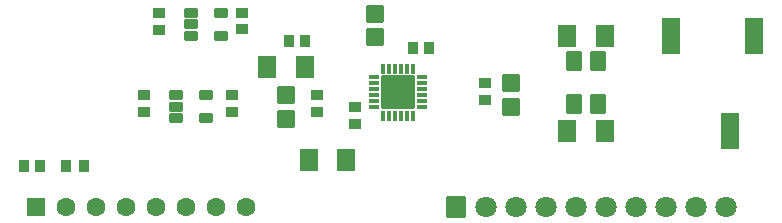
<source format=gts>
G04 Layer: TopSolderMaskLayer*
G04 EasyEDA v6.5.42, 2024-04-19 21:15:47*
G04 b74b0dd8b7a74548b8b14c9367106a0f,9fa9616398974da3a60ce9969dc7753a,10*
G04 Gerber Generator version 0.2*
G04 Scale: 100 percent, Rotated: No, Reflected: No *
G04 Dimensions in millimeters *
G04 leading zeros omitted , absolute positions ,4 integer and 5 decimal *
%FSLAX45Y45*%
%MOMM*%

%AMMACRO1*1,1,$1,$2,$3*1,1,$1,$4,$5*1,1,$1,0-$2,0-$3*1,1,$1,0-$4,0-$5*20,1,$1,$2,$3,$4,$5,0*20,1,$1,$4,$5,0-$2,0-$3,0*20,1,$1,0-$2,0-$3,0-$4,0-$5,0*20,1,$1,0-$4,0-$5,$2,$3,0*4,1,4,$2,$3,$4,$5,0-$2,0-$3,0-$4,0-$5,$2,$3,0*%
%ADD10MACRO1,0.1016X-0.7425X-0.864X-0.7425X0.864*%
%ADD11MACRO1,0.1016X0.7425X-0.864X0.7425X0.864*%
%ADD12MACRO1,0.1016X0.7425X0.864X0.7425X-0.864*%
%ADD13MACRO1,0.1016X-0.7425X0.864X-0.7425X-0.864*%
%ADD14MACRO1,0.1016X-0.675X0.705X0.675X0.705*%
%ADD15MACRO1,0.1016X-0.675X-0.705X0.675X-0.705*%
%ADD16MACRO1,0.1016X-0.4X0.45X0.4X0.45*%
%ADD17MACRO1,0.1016X0.4X-0.45X-0.4X-0.45*%
%ADD18MACRO1,0.1016X0.45X0.4X0.45X-0.4*%
%ADD19MACRO1,0.1016X-0.75X0.75X0.75X0.75*%
%ADD20C,1.6016*%
%ADD21C,1.8016*%
%ADD22MACRO1,0.1016X-0.7874X0.85X0.7874X0.85*%
%ADD23MACRO1,0.1016X0.75X1.5X0.75X-1.5*%
%ADD24MACRO1,0.1016X0.4032X0.432X0.4032X-0.432*%
%ADD25MACRO1,0.1016X-0.4032X0.432X-0.4032X-0.432*%
%ADD26MACRO1,0.2032X-0.5665X0.762X0.5665X0.762*%
%ADD27O,0.3800348X0.9000236*%
%ADD28O,0.9000236X0.3800348*%
%ADD29MACRO1,0.1X-1.35X1.35X1.35X1.35*%
%ADD30MACRO1,0.1016X0.55X-0.35X-0.55X-0.35*%
%ADD31MACRO1,0.1016X-0.55X0.35X0.55X0.35*%

%LPD*%
D10*
G01*
X5259240Y1029997D03*
D11*
G01*
X4940739Y1029997D03*
D10*
G01*
X5259240Y1829996D03*
D11*
G01*
X4940739Y1829996D03*
D12*
G01*
X2400744Y1569996D03*
D13*
G01*
X2719245Y1569996D03*
D10*
G01*
X3069244Y779998D03*
D11*
G01*
X2750743Y779998D03*
D14*
G01*
X3309993Y1819993D03*
D15*
G01*
X3309993Y2019998D03*
D14*
G01*
X2559994Y1129995D03*
D15*
G01*
X2559994Y1329999D03*
D14*
G01*
X4459991Y1229994D03*
D15*
G01*
X4459991Y1429999D03*
D16*
G01*
X3769992Y1729996D03*
G01*
X3629992Y1729996D03*
D17*
G01*
X2579994Y1789996D03*
G01*
X2719994Y1789996D03*
D18*
G01*
X2819994Y1189997D03*
G01*
X2819994Y1329997D03*
G01*
X3139993Y1089997D03*
G01*
X3139993Y1229997D03*
G01*
X4239991Y1289997D03*
G01*
X4239991Y1429997D03*
D17*
G01*
X339999Y729998D03*
G01*
X479999Y729998D03*
D18*
G01*
X1479997Y1884994D03*
G01*
X1479997Y2024994D03*
G01*
X2188994Y1887997D03*
G01*
X2188994Y2027996D03*
G01*
X2104997Y1189997D03*
G01*
X2104997Y1329997D03*
G01*
X1354998Y1189997D03*
G01*
X1354998Y1329997D03*
D19*
G01*
X444999Y383999D03*
D20*
G01*
X699007Y383997D03*
G01*
X953007Y383997D03*
G01*
X1207007Y383997D03*
G01*
X1461007Y383997D03*
G01*
X1715007Y383997D03*
G01*
X1969008Y383997D03*
G01*
X2223008Y383997D03*
D21*
G01*
X6286982Y383997D03*
G01*
X6032982Y383997D03*
G01*
X5778982Y383997D03*
G01*
X5524982Y383997D03*
G01*
X5270982Y383997D03*
G01*
X5016982Y383997D03*
G01*
X4762982Y383997D03*
G01*
X4508982Y383997D03*
G01*
X4254982Y383997D03*
D22*
G01*
X4000990Y383999D03*
D23*
G01*
X6519986Y1829996D03*
G01*
X6319987Y1029997D03*
G01*
X5819988Y1829996D03*
D24*
G01*
X694673Y729998D03*
D25*
G01*
X845323Y729998D03*
D26*
G01*
X4998389Y1259997D03*
G01*
X5201589Y1259997D03*
G01*
X4998389Y1619996D03*
G01*
X5201589Y1619996D03*
D27*
G01*
X3382009Y1156004D03*
G01*
X3431997Y1156004D03*
G01*
X3482009Y1156004D03*
G01*
X3531997Y1156004D03*
G01*
X3582009Y1156004D03*
G01*
X3631996Y1156004D03*
D28*
G01*
X3707002Y1231011D03*
G01*
X3707002Y1280998D03*
G01*
X3707002Y1331010D03*
G01*
X3707002Y1380997D03*
G01*
X3707002Y1431010D03*
G01*
X3707002Y1480997D03*
D27*
G01*
X3631996Y1556004D03*
G01*
X3582009Y1556004D03*
G01*
X3531997Y1556004D03*
G01*
X3482009Y1556004D03*
G01*
X3431997Y1556004D03*
G01*
X3382797Y1556004D03*
D28*
G01*
X3307003Y1480997D03*
G01*
X3307003Y1431010D03*
G01*
X3307003Y1380997D03*
G01*
X3307003Y1331010D03*
G01*
X3307003Y1280998D03*
G01*
X3307003Y1231011D03*
D29*
G01*
X3508237Y1355996D03*
D30*
G01*
X1750595Y2025103D03*
G01*
X1750595Y1930107D03*
G01*
X1750595Y1834908D03*
D31*
G01*
X2009396Y1834908D03*
G01*
X2009396Y2024900D03*
D30*
G01*
X1625597Y1330106D03*
G01*
X1625597Y1235110D03*
G01*
X1625597Y1139911D03*
D31*
G01*
X1884398Y1139911D03*
G01*
X1884398Y1329903D03*
M02*

</source>
